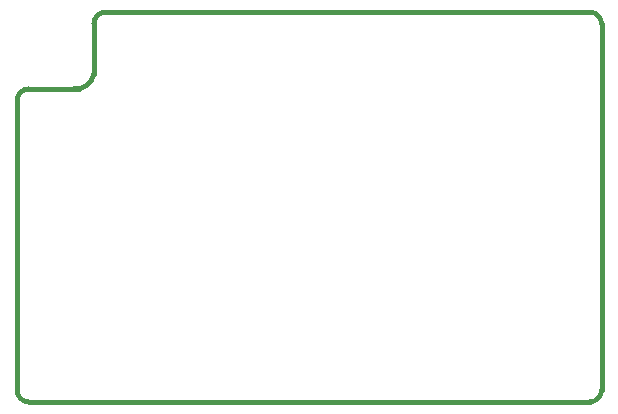
<source format=gko>
G04 (created by PCBNEW (2013-05-31 BZR 4019)-stable) date 7/20/2013 3:51:13 PM*
%MOIN*%
G04 Gerber Fmt 3.4, Leading zero omitted, Abs format*
%FSLAX34Y34*%
G01*
G70*
G90*
G04 APERTURE LIST*
%ADD10C,0.00590551*%
%ADD11C,0.015*%
G04 APERTURE END LIST*
G54D10*
G54D11*
X14763Y-9842D02*
X30905Y-9842D01*
X30905Y-22834D02*
X12204Y-22834D01*
X31299Y-10236D02*
X31299Y-22440D01*
X12205Y-12401D02*
X13878Y-12401D01*
X14370Y-10235D02*
X14370Y-11908D01*
X13681Y-12401D02*
G75*
G03X14370Y-11908I97J591D01*
G74*
G01*
X12205Y-12400D02*
G75*
G03X11811Y-12794I0J-394D01*
G74*
G01*
X11811Y-22440D02*
X11811Y-12794D01*
X11810Y-22440D02*
G75*
G03X12204Y-22834I394J0D01*
G74*
G01*
X30905Y-22833D02*
G75*
G03X31298Y-22440I0J393D01*
G74*
G01*
X31298Y-10235D02*
G75*
G03X30905Y-9842I-393J0D01*
G74*
G01*
X14764Y-9842D02*
G75*
G03X14370Y-10236I0J-394D01*
G74*
G01*
M02*

</source>
